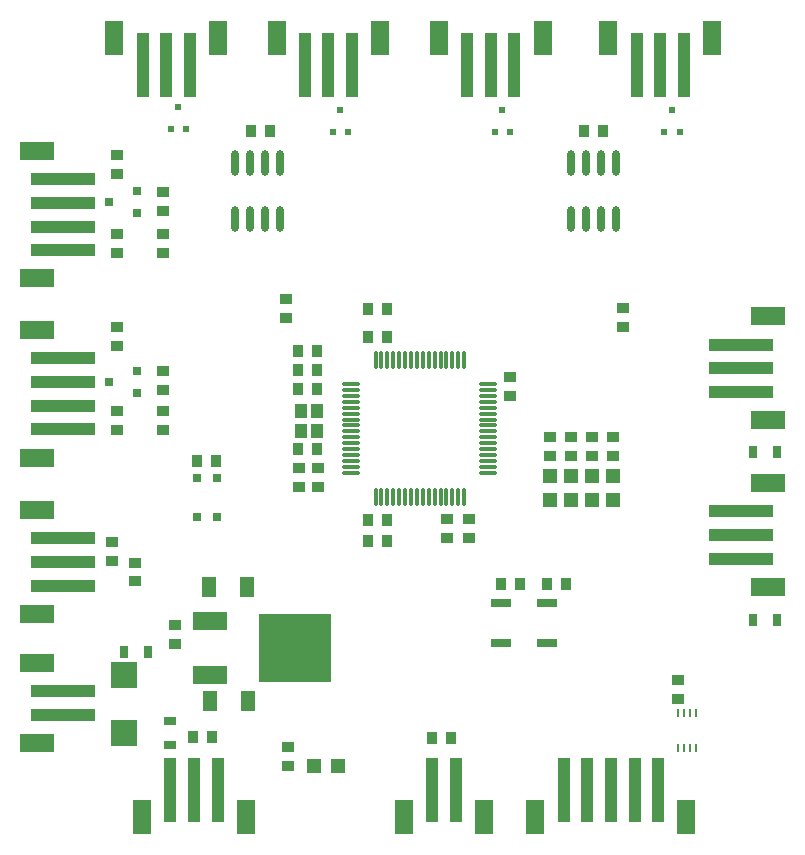
<source format=gtp>
G04*
G04 #@! TF.GenerationSoftware,Altium Limited,Altium Designer,19.1.8 (144)*
G04*
G04 Layer_Color=8421504*
%FSLAX25Y25*%
%MOIN*%
G70*
G01*
G75*
%ADD15R,0.01968X0.02165*%
%ADD16R,0.06693X0.03150*%
%ADD17R,0.02953X0.02756*%
%ADD18R,0.03543X0.03937*%
%ADD19R,0.21654X0.03937*%
%ADD20R,0.11811X0.06299*%
%ADD21R,0.03937X0.03543*%
%ADD22R,0.04724X0.06693*%
%ADD23R,0.06299X0.11811*%
%ADD24R,0.03937X0.21654*%
%ADD25R,0.08898X0.08504*%
%ADD26R,0.04724X0.04724*%
%ADD27R,0.04724X0.04724*%
%ADD28R,0.03000X0.04291*%
%ADD29R,0.04291X0.03000*%
%ADD30R,0.03150X0.03150*%
%ADD31O,0.06299X0.01181*%
%ADD32O,0.01181X0.06299*%
%ADD33O,0.02362X0.08661*%
G04:AMPARAMS|DCode=34|XSize=9.84mil|YSize=23.62mil|CornerRadius=1.97mil|HoleSize=0mil|Usage=FLASHONLY|Rotation=180.000|XOffset=0mil|YOffset=0mil|HoleType=Round|Shape=RoundedRectangle|*
%AMROUNDEDRECTD34*
21,1,0.00984,0.01968,0,0,180.0*
21,1,0.00591,0.02362,0,0,180.0*
1,1,0.00394,-0.00295,0.00984*
1,1,0.00394,0.00295,0.00984*
1,1,0.00394,0.00295,-0.00984*
1,1,0.00394,-0.00295,-0.00984*
%
%ADD34ROUNDEDRECTD34*%
%ADD35R,0.11811X0.06299*%
%ADD36R,0.24410X0.22835*%
%ADD37R,0.03937X0.04724*%
D15*
X65941Y-51642D02*
D03*
X71059D02*
D03*
X68500Y-44358D02*
D03*
X233000Y-45358D02*
D03*
X235559Y-52641D02*
D03*
X230441D02*
D03*
X119941Y-52642D02*
D03*
X125059D02*
D03*
X122500Y-45358D02*
D03*
X173941Y-52642D02*
D03*
X179059D02*
D03*
X176500Y-45358D02*
D03*
D16*
X191500Y-223193D02*
D03*
Y-209807D02*
D03*
X176000Y-223193D02*
D03*
Y-209807D02*
D03*
D17*
X81248Y-180898D02*
D03*
Y-168102D02*
D03*
X74752D02*
D03*
Y-180898D02*
D03*
D18*
X138150Y-111700D02*
D03*
X131850D02*
D03*
X203850Y-52350D02*
D03*
X210150D02*
D03*
X92850D02*
D03*
X99150D02*
D03*
X114650Y-158500D02*
D03*
X108350D02*
D03*
Y-138200D02*
D03*
X114650D02*
D03*
X81150Y-162500D02*
D03*
X74850D02*
D03*
X114650Y-131900D02*
D03*
X108350D02*
D03*
X138150Y-182000D02*
D03*
X131850D02*
D03*
Y-189000D02*
D03*
X138150D02*
D03*
X114650Y-125600D02*
D03*
X108350D02*
D03*
X131850Y-121000D02*
D03*
X138150D02*
D03*
X159350Y-254800D02*
D03*
X153050D02*
D03*
X182250Y-203400D02*
D03*
X175950D02*
D03*
X191450D02*
D03*
X197750D02*
D03*
X79799Y-254500D02*
D03*
X73500D02*
D03*
D19*
X30201Y-246937D02*
D03*
Y-239063D02*
D03*
Y-188126D02*
D03*
Y-196000D02*
D03*
Y-203874D02*
D03*
X256142Y-194916D02*
D03*
Y-187042D02*
D03*
Y-179168D02*
D03*
Y-139332D02*
D03*
Y-131458D02*
D03*
Y-123584D02*
D03*
X30201Y-92071D02*
D03*
Y-84197D02*
D03*
Y-76323D02*
D03*
Y-68449D02*
D03*
Y-151811D02*
D03*
Y-143937D02*
D03*
Y-136063D02*
D03*
Y-128189D02*
D03*
D20*
X21343Y-256386D02*
D03*
Y-229614D02*
D03*
Y-178677D02*
D03*
Y-213323D02*
D03*
X265000Y-204365D02*
D03*
Y-169719D02*
D03*
Y-148781D02*
D03*
Y-114135D02*
D03*
X21343Y-101520D02*
D03*
Y-59000D02*
D03*
Y-161260D02*
D03*
Y-118740D02*
D03*
D21*
X158200Y-181750D02*
D03*
Y-188050D02*
D03*
X108700Y-171150D02*
D03*
Y-164850D02*
D03*
X165400Y-181750D02*
D03*
Y-188050D02*
D03*
X179000Y-134350D02*
D03*
Y-140650D02*
D03*
X115000Y-171150D02*
D03*
Y-164850D02*
D03*
X235100Y-241750D02*
D03*
Y-235450D02*
D03*
X67500Y-223250D02*
D03*
Y-216950D02*
D03*
X216700Y-111350D02*
D03*
Y-117650D02*
D03*
X104500Y-108350D02*
D03*
Y-114650D02*
D03*
X105000Y-257850D02*
D03*
Y-264150D02*
D03*
X192500Y-160650D02*
D03*
Y-154350D02*
D03*
X213500Y-160650D02*
D03*
Y-154350D02*
D03*
X206500Y-160650D02*
D03*
Y-154350D02*
D03*
X199500Y-160650D02*
D03*
Y-154350D02*
D03*
X63500Y-72850D02*
D03*
Y-79150D02*
D03*
X48000Y-117850D02*
D03*
Y-124150D02*
D03*
X47900Y-60250D02*
D03*
Y-66550D02*
D03*
X63500Y-132350D02*
D03*
Y-138650D02*
D03*
X48000Y-86850D02*
D03*
Y-93150D02*
D03*
Y-145850D02*
D03*
Y-152150D02*
D03*
X63500Y-93150D02*
D03*
Y-86850D02*
D03*
Y-152150D02*
D03*
Y-145850D02*
D03*
X54100Y-196200D02*
D03*
Y-202499D02*
D03*
X46500Y-195799D02*
D03*
Y-189500D02*
D03*
D22*
X91799Y-242500D02*
D03*
X79201D02*
D03*
X78701Y-204500D02*
D03*
X91299D02*
D03*
D23*
X81823Y-21343D02*
D03*
X47177D02*
D03*
X135865D02*
D03*
X101219D02*
D03*
X246449D02*
D03*
X211803D02*
D03*
X189907D02*
D03*
X155261D02*
D03*
X56354Y-281000D02*
D03*
X91000D02*
D03*
X170500D02*
D03*
X143728D02*
D03*
X187484D02*
D03*
X237878D02*
D03*
D24*
X72374Y-30201D02*
D03*
X64500D02*
D03*
X56626D02*
D03*
X126416D02*
D03*
X118542D02*
D03*
X110668D02*
D03*
X237000D02*
D03*
X229126D02*
D03*
X221252D02*
D03*
X180458D02*
D03*
X172584D02*
D03*
X164710D02*
D03*
X65803Y-272142D02*
D03*
X73677D02*
D03*
X81551D02*
D03*
X161051D02*
D03*
X153177D02*
D03*
X196933D02*
D03*
X204807D02*
D03*
X212681D02*
D03*
X220555D02*
D03*
X228429D02*
D03*
D25*
X50500Y-253146D02*
D03*
Y-233854D02*
D03*
D26*
X121834Y-264100D02*
D03*
X113566D02*
D03*
D27*
X192500Y-175500D02*
D03*
Y-167232D02*
D03*
X213500Y-175500D02*
D03*
Y-167232D02*
D03*
X206500Y-175500D02*
D03*
Y-167232D02*
D03*
X199500Y-175500D02*
D03*
Y-167232D02*
D03*
D28*
X260043Y-215500D02*
D03*
X267957D02*
D03*
X260043Y-159500D02*
D03*
X267957D02*
D03*
X58413Y-226000D02*
D03*
X50500D02*
D03*
D29*
X65800Y-257000D02*
D03*
Y-249087D02*
D03*
D30*
X54724Y-79740D02*
D03*
Y-72260D02*
D03*
X45276Y-76000D02*
D03*
X54724Y-139740D02*
D03*
Y-132260D02*
D03*
X45276Y-136000D02*
D03*
D31*
X126165Y-136736D02*
D03*
Y-138705D02*
D03*
Y-140673D02*
D03*
Y-142642D02*
D03*
Y-144610D02*
D03*
Y-146579D02*
D03*
Y-148547D02*
D03*
Y-150516D02*
D03*
Y-152484D02*
D03*
Y-154453D02*
D03*
Y-156421D02*
D03*
Y-158390D02*
D03*
Y-160358D02*
D03*
Y-162327D02*
D03*
Y-164295D02*
D03*
Y-166264D02*
D03*
X171835D02*
D03*
Y-164295D02*
D03*
Y-162327D02*
D03*
Y-160358D02*
D03*
Y-158390D02*
D03*
Y-156421D02*
D03*
Y-154453D02*
D03*
Y-152484D02*
D03*
Y-150516D02*
D03*
Y-148547D02*
D03*
Y-146579D02*
D03*
Y-144610D02*
D03*
Y-142642D02*
D03*
Y-140673D02*
D03*
Y-138705D02*
D03*
Y-136736D02*
D03*
D32*
X134236Y-174335D02*
D03*
X136205D02*
D03*
X138173D02*
D03*
X140142D02*
D03*
X142110D02*
D03*
X144079D02*
D03*
X146047D02*
D03*
X148016D02*
D03*
X149984D02*
D03*
X151953D02*
D03*
X153921D02*
D03*
X155890D02*
D03*
X157858D02*
D03*
X159827D02*
D03*
X161795D02*
D03*
X163764D02*
D03*
Y-128665D02*
D03*
X161795D02*
D03*
X159827D02*
D03*
X157858D02*
D03*
X155890D02*
D03*
X153921D02*
D03*
X151953D02*
D03*
X149984D02*
D03*
X148016D02*
D03*
X146047D02*
D03*
X144079D02*
D03*
X142110D02*
D03*
X140142D02*
D03*
X138173D02*
D03*
X136205D02*
D03*
X134236D02*
D03*
D33*
X102500Y-62902D02*
D03*
X97500D02*
D03*
X92500D02*
D03*
X87500D02*
D03*
X102500Y-81799D02*
D03*
X97500D02*
D03*
X92500D02*
D03*
X87500D02*
D03*
X214500Y-62902D02*
D03*
X209500D02*
D03*
X204500D02*
D03*
X199500D02*
D03*
X214500Y-81799D02*
D03*
X209500D02*
D03*
X204500D02*
D03*
X199500D02*
D03*
D34*
X235047Y-258033D02*
D03*
X237016D02*
D03*
X238984D02*
D03*
X240953D02*
D03*
X235047Y-246222D02*
D03*
X237016D02*
D03*
X238984D02*
D03*
X240953D02*
D03*
D35*
X79016Y-215572D02*
D03*
Y-233565D02*
D03*
D36*
X107283Y-224569D02*
D03*
D37*
X114565Y-145653D02*
D03*
Y-152347D02*
D03*
X109447Y-145653D02*
D03*
Y-152347D02*
D03*
M02*

</source>
